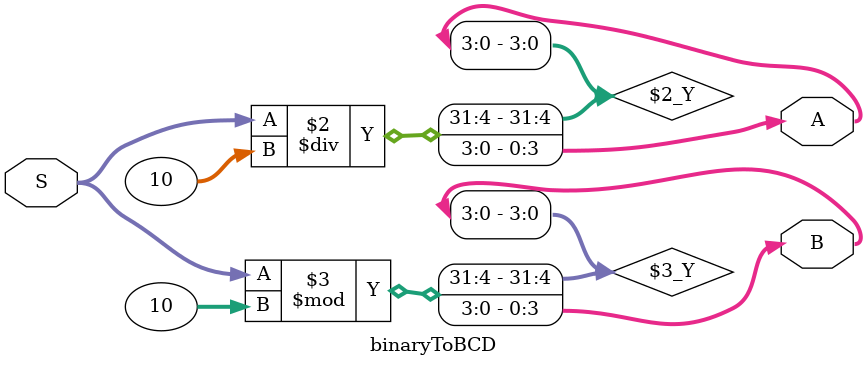
<source format=v>
module binaryToBCD(S, A, B);
	input [0:4] S;
	output reg [0:3] A;
	output reg [0:3] B;
	
	always @(S)
	begin
		A = S / 10;
		B = S % 10;
	end
	
endmodule 
</source>
